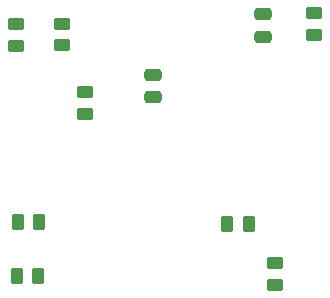
<source format=gbr>
%TF.GenerationSoftware,KiCad,Pcbnew,7.0.2*%
%TF.CreationDate,2023-06-22T14:29:26-03:00*%
%TF.ProjectId,Belliz_IOT,42656c6c-697a-45f4-994f-542e6b696361,rev?*%
%TF.SameCoordinates,Original*%
%TF.FileFunction,Paste,Top*%
%TF.FilePolarity,Positive*%
%FSLAX46Y46*%
G04 Gerber Fmt 4.6, Leading zero omitted, Abs format (unit mm)*
G04 Created by KiCad (PCBNEW 7.0.2) date 2023-06-22 14:29:26*
%MOMM*%
%LPD*%
G01*
G04 APERTURE LIST*
G04 Aperture macros list*
%AMRoundRect*
0 Rectangle with rounded corners*
0 $1 Rounding radius*
0 $2 $3 $4 $5 $6 $7 $8 $9 X,Y pos of 4 corners*
0 Add a 4 corners polygon primitive as box body*
4,1,4,$2,$3,$4,$5,$6,$7,$8,$9,$2,$3,0*
0 Add four circle primitives for the rounded corners*
1,1,$1+$1,$2,$3*
1,1,$1+$1,$4,$5*
1,1,$1+$1,$6,$7*
1,1,$1+$1,$8,$9*
0 Add four rect primitives between the rounded corners*
20,1,$1+$1,$2,$3,$4,$5,0*
20,1,$1+$1,$4,$5,$6,$7,0*
20,1,$1+$1,$6,$7,$8,$9,0*
20,1,$1+$1,$8,$9,$2,$3,0*%
G04 Aperture macros list end*
%ADD10RoundRect,0.250000X0.450000X-0.262500X0.450000X0.262500X-0.450000X0.262500X-0.450000X-0.262500X0*%
%ADD11RoundRect,0.250000X-0.262500X-0.450000X0.262500X-0.450000X0.262500X0.450000X-0.262500X0.450000X0*%
%ADD12RoundRect,0.250000X-0.475000X0.250000X-0.475000X-0.250000X0.475000X-0.250000X0.475000X0.250000X0*%
%ADD13RoundRect,0.250000X0.262500X0.450000X-0.262500X0.450000X-0.262500X-0.450000X0.262500X-0.450000X0*%
G04 APERTURE END LIST*
D10*
%TO.C,R8*%
X109820000Y-67512500D03*
X109820000Y-65687500D03*
%TD*%
%TO.C,R9*%
X113680000Y-67452500D03*
X113680000Y-65627500D03*
%TD*%
D11*
%TO.C,R4*%
X127707500Y-82540000D03*
X129532500Y-82540000D03*
%TD*%
D10*
%TO.C,R3*%
X131740000Y-87732500D03*
X131740000Y-85907500D03*
%TD*%
D11*
%TO.C,R5*%
X109887500Y-86960000D03*
X111712500Y-86960000D03*
%TD*%
D10*
%TO.C,R7*%
X115670000Y-73232500D03*
X115670000Y-71407500D03*
%TD*%
D12*
%TO.C,C1*%
X121450000Y-69940000D03*
X121450000Y-71840000D03*
%TD*%
D10*
%TO.C,R10*%
X135030000Y-64747500D03*
X135030000Y-66572500D03*
%TD*%
D13*
%TO.C,R6*%
X111772500Y-82440000D03*
X109947500Y-82440000D03*
%TD*%
D12*
%TO.C,C2*%
X130690000Y-64820000D03*
X130690000Y-66720000D03*
%TD*%
M02*

</source>
